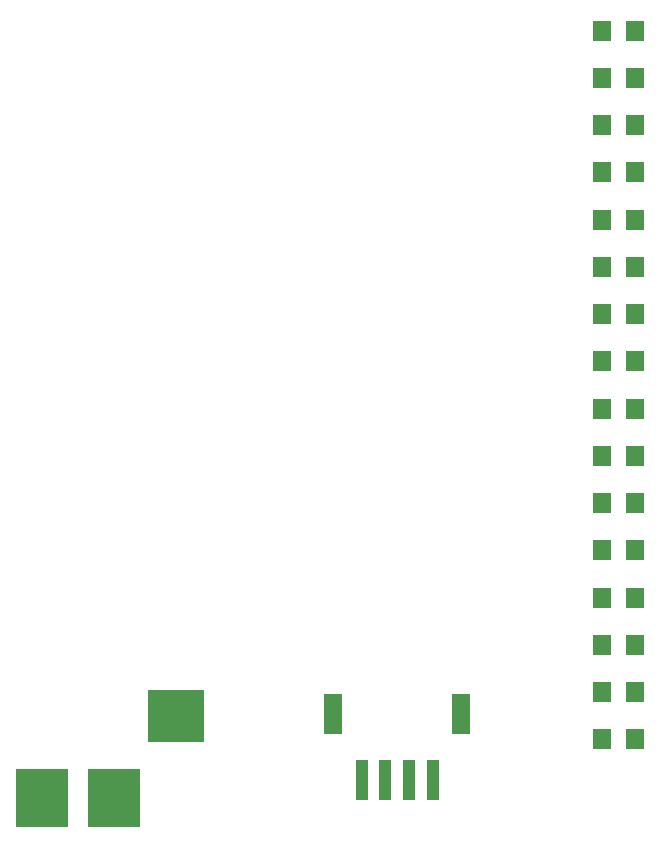
<source format=gbr>
G04 #@! TF.FileFunction,Paste,Bot*
%FSLAX46Y46*%
G04 Gerber Fmt 4.6, Leading zero omitted, Abs format (unit mm)*
G04 Created by KiCad (PCBNEW 4.0.4-stable) date 01/17/18 01:50:34*
%MOMM*%
%LPD*%
G01*
G04 APERTURE LIST*
%ADD10C,0.100000*%
%ADD11R,1.600200X1.803400*%
%ADD12R,4.700000X4.500000*%
%ADD13R,4.500000X4.900000*%
%ADD14R,1.000000X3.500000*%
%ADD15R,1.600000X3.400000*%
G04 APERTURE END LIST*
D10*
D11*
X163103000Y-164500000D03*
X165897000Y-164500000D03*
X163103000Y-160500000D03*
X165897000Y-160500000D03*
X163103000Y-156500000D03*
X165897000Y-156500000D03*
X163103000Y-152500000D03*
X165897000Y-152500000D03*
X163103000Y-148500000D03*
X165897000Y-148500000D03*
X163103000Y-144500000D03*
X165897000Y-144500000D03*
X163103000Y-140500000D03*
X165897000Y-140500000D03*
X163103000Y-136500000D03*
X165897000Y-136500000D03*
X163103000Y-132500000D03*
X165897000Y-132500000D03*
X163103000Y-128500000D03*
X165897000Y-128500000D03*
X163103000Y-124500000D03*
X165897000Y-124500000D03*
X163103000Y-120500000D03*
X165897000Y-120500000D03*
X163103000Y-116500000D03*
X165897000Y-116500000D03*
X163103000Y-112500000D03*
X165897000Y-112500000D03*
X163103000Y-108500000D03*
X165897000Y-108500000D03*
X163103000Y-104500000D03*
X165897000Y-104500000D03*
D12*
X127050000Y-162500000D03*
D13*
X121750000Y-169450000D03*
X115700000Y-169450000D03*
D14*
X142750000Y-167925000D03*
X144750000Y-167925000D03*
X146750000Y-167925000D03*
X148750000Y-167925000D03*
D15*
X140350000Y-162375000D03*
X151150000Y-162375000D03*
M02*

</source>
